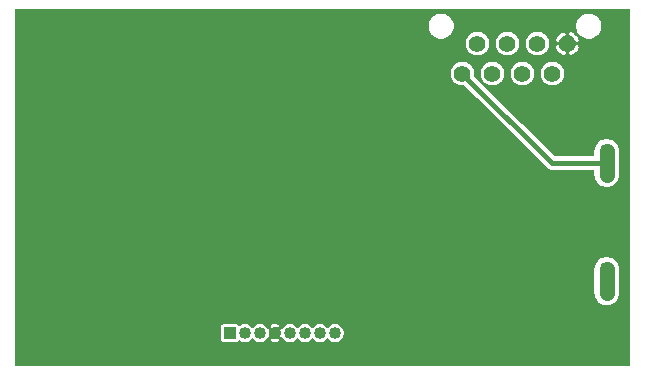
<source format=gbl>
G04 start of page 3 for group 1 idx 3 *
G04 Title: roomunit-display, signal3 *
G04 Creator: pcb 1.99z *
G04 CreationDate: mån  6 apr 2015 08:42:04 UTC *
G04 For: jonatan *
G04 Format: Gerber/RS-274X *
G04 PCB-Dimensions (mm): 60.00 42.00 *
G04 PCB-Coordinate-Origin: lower left *
%MOMM*%
%FSLAX43Y43*%
%LNBOTTOM*%
%ADD27C,1.524*%
%ADD26C,0.508*%
%ADD25C,0.850*%
%ADD24C,1.250*%
%ADD23C,1.400*%
%ADD22C,1.016*%
%ADD21C,0.381*%
%ADD20C,0.002*%
G54D20*G36*
X53109Y40603D02*X55118D01*
Y10377D01*
X53109D01*
Y15536D01*
X53271Y15549D01*
X53429Y15587D01*
X53579Y15649D01*
X53717Y15734D01*
X53841Y15839D01*
X53946Y15963D01*
X54031Y16101D01*
X54093Y16251D01*
X54131Y16409D01*
X54140Y16571D01*
Y18571D01*
X54131Y18733D01*
X54093Y18891D01*
X54031Y19041D01*
X53946Y19179D01*
X53841Y19303D01*
X53717Y19408D01*
X53579Y19493D01*
X53429Y19555D01*
X53271Y19593D01*
X53109Y19606D01*
Y25536D01*
X53271Y25549D01*
X53429Y25587D01*
X53579Y25649D01*
X53717Y25734D01*
X53841Y25839D01*
X53946Y25963D01*
X54031Y26101D01*
X54093Y26251D01*
X54131Y26409D01*
X54140Y26571D01*
Y28571D01*
X54131Y28733D01*
X54093Y28891D01*
X54031Y29041D01*
X53946Y29179D01*
X53841Y29303D01*
X53717Y29408D01*
X53579Y29493D01*
X53429Y29555D01*
X53271Y29593D01*
X53109Y29606D01*
Y40603D01*
G37*
G36*
Y10377D02*X51586D01*
Y27000D01*
X52078D01*
Y26571D01*
X52087Y26409D01*
X52125Y26251D01*
X52187Y26101D01*
X52272Y25963D01*
X52377Y25839D01*
X52501Y25734D01*
X52639Y25649D01*
X52789Y25587D01*
X52947Y25549D01*
X53109Y25536D01*
Y19606D01*
X52947Y19593D01*
X52789Y19555D01*
X52639Y19493D01*
X52501Y19408D01*
X52377Y19303D01*
X52272Y19179D01*
X52187Y19041D01*
X52125Y18891D01*
X52087Y18733D01*
X52078Y18571D01*
Y16571D01*
X52087Y16409D01*
X52125Y16251D01*
X52187Y16101D01*
X52272Y15963D01*
X52377Y15839D01*
X52501Y15734D01*
X52639Y15649D01*
X52789Y15587D01*
X52947Y15549D01*
X53109Y15536D01*
Y10377D01*
G37*
G36*
X51586Y40603D02*X53109D01*
Y29606D01*
X52947Y29593D01*
X52789Y29555D01*
X52639Y29493D01*
X52501Y29408D01*
X52377Y29303D01*
X52272Y29179D01*
X52187Y29041D01*
X52125Y28891D01*
X52087Y28733D01*
X52078Y28571D01*
Y28143D01*
X51586D01*
Y38090D01*
X51587Y38090D01*
X51754Y38103D01*
X51917Y38142D01*
X52071Y38206D01*
X52214Y38293D01*
X52341Y38402D01*
X52449Y38529D01*
X52537Y38672D01*
X52601Y38826D01*
X52640Y38989D01*
X52649Y39155D01*
X52640Y39322D01*
X52601Y39484D01*
X52537Y39639D01*
X52449Y39781D01*
X52341Y39908D01*
X52214Y40017D01*
X52071Y40104D01*
X51917Y40168D01*
X51754Y40207D01*
X51587Y40220D01*
X51586Y40220D01*
Y40603D01*
G37*
G36*
Y10377D02*X50330D01*
Y27000D01*
X51586D01*
Y10377D01*
G37*
G36*
X50330Y40603D02*X51586D01*
Y40220D01*
X51421Y40207D01*
X51258Y40168D01*
X51104Y40104D01*
X50961Y40017D01*
X50834Y39908D01*
X50726Y39781D01*
X50638Y39639D01*
X50574Y39484D01*
X50535Y39322D01*
X50522Y39155D01*
X50535Y38989D01*
X50574Y38826D01*
X50638Y38672D01*
X50726Y38529D01*
X50834Y38402D01*
X50961Y38293D01*
X51104Y38206D01*
X51258Y38142D01*
X51421Y38103D01*
X51586Y38090D01*
Y28143D01*
X50330D01*
Y36844D01*
X50383Y36880D01*
X50457Y36941D01*
X50525Y37009D01*
X50586Y37083D01*
X50640Y37163D01*
X50686Y37247D01*
X50723Y37336D01*
X50730Y37359D01*
X50733Y37382D01*
X50732Y37406D01*
X50727Y37429D01*
X50719Y37452D01*
X50707Y37472D01*
X50693Y37491D01*
X50675Y37507D01*
X50655Y37520D01*
X50634Y37530D01*
X50611Y37537D01*
X50587Y37539D01*
X50564Y37538D01*
X50540Y37534D01*
X50518Y37526D01*
X50498Y37514D01*
X50479Y37499D01*
X50463Y37482D01*
X50450Y37462D01*
X50440Y37440D01*
X50415Y37378D01*
X50383Y37319D01*
X50345Y37263D01*
X50330Y37245D01*
Y38119D01*
X50345Y38101D01*
X50383Y38045D01*
X50415Y37986D01*
X50441Y37924D01*
X50450Y37902D01*
X50463Y37883D01*
X50479Y37865D01*
X50498Y37851D01*
X50519Y37839D01*
X50541Y37831D01*
X50564Y37826D01*
X50587Y37825D01*
X50611Y37828D01*
X50634Y37835D01*
X50655Y37844D01*
X50675Y37858D01*
X50692Y37874D01*
X50707Y37892D01*
X50718Y37913D01*
X50726Y37935D01*
X50731Y37958D01*
X50732Y37982D01*
X50729Y38005D01*
X50722Y38028D01*
X50686Y38117D01*
X50640Y38201D01*
X50586Y38281D01*
X50525Y38355D01*
X50457Y38423D01*
X50383Y38484D01*
X50330Y38520D01*
Y40603D01*
G37*
G36*
Y10377D02*X48512D01*
Y27000D01*
X50330D01*
Y10377D01*
G37*
G36*
X49238Y40603D02*X50330D01*
Y38520D01*
X50303Y38538D01*
X50219Y38584D01*
X50130Y38621D01*
X50107Y38628D01*
X50084Y38631D01*
X50060Y38630D01*
X50037Y38625D01*
X50014Y38617D01*
X49994Y38605D01*
X49975Y38591D01*
X49959Y38573D01*
X49946Y38553D01*
X49936Y38532D01*
X49929Y38509D01*
X49927Y38485D01*
X49928Y38462D01*
X49932Y38438D01*
X49940Y38416D01*
X49952Y38396D01*
X49967Y38377D01*
X49984Y38361D01*
X50004Y38348D01*
X50026Y38338D01*
X50088Y38313D01*
X50147Y38281D01*
X50203Y38243D01*
X50255Y38200D01*
X50302Y38153D01*
X50330Y38119D01*
Y37245D01*
X50302Y37211D01*
X50255Y37164D01*
X50203Y37121D01*
X50147Y37083D01*
X50088Y37051D01*
X50026Y37025D01*
X50004Y37016D01*
X49985Y37003D01*
X49967Y36987D01*
X49953Y36968D01*
X49941Y36947D01*
X49933Y36925D01*
X49928Y36902D01*
X49927Y36879D01*
X49930Y36855D01*
X49937Y36832D01*
X49946Y36811D01*
X49960Y36791D01*
X49976Y36774D01*
X49994Y36759D01*
X50015Y36748D01*
X50037Y36740D01*
X50060Y36735D01*
X50084Y36734D01*
X50107Y36737D01*
X50130Y36744D01*
X50219Y36780D01*
X50303Y36826D01*
X50330Y36844D01*
Y28143D01*
X49238D01*
Y34450D01*
X49326Y34552D01*
X49408Y34687D01*
X49468Y34832D01*
X49505Y34985D01*
X49514Y35142D01*
X49505Y35299D01*
X49468Y35452D01*
X49408Y35597D01*
X49326Y35732D01*
X49238Y35834D01*
Y36844D01*
X49265Y36826D01*
X49349Y36780D01*
X49438Y36743D01*
X49461Y36736D01*
X49484Y36733D01*
X49508Y36734D01*
X49531Y36739D01*
X49554Y36747D01*
X49574Y36759D01*
X49593Y36773D01*
X49609Y36791D01*
X49622Y36811D01*
X49632Y36832D01*
X49639Y36855D01*
X49641Y36879D01*
X49640Y36902D01*
X49636Y36926D01*
X49628Y36948D01*
X49616Y36968D01*
X49601Y36987D01*
X49584Y37003D01*
X49564Y37016D01*
X49542Y37026D01*
X49480Y37051D01*
X49421Y37083D01*
X49365Y37121D01*
X49313Y37164D01*
X49266Y37211D01*
X49238Y37245D01*
Y38119D01*
X49266Y38153D01*
X49313Y38200D01*
X49365Y38243D01*
X49421Y38281D01*
X49480Y38313D01*
X49542Y38339D01*
X49564Y38348D01*
X49583Y38361D01*
X49601Y38377D01*
X49615Y38396D01*
X49627Y38417D01*
X49635Y38439D01*
X49640Y38462D01*
X49641Y38485D01*
X49638Y38509D01*
X49631Y38532D01*
X49622Y38553D01*
X49608Y38573D01*
X49592Y38590D01*
X49574Y38605D01*
X49553Y38616D01*
X49531Y38624D01*
X49508Y38629D01*
X49484Y38630D01*
X49461Y38627D01*
X49438Y38620D01*
X49349Y38584D01*
X49265Y38538D01*
X49238Y38520D01*
Y40603D01*
G37*
G36*
Y28143D02*X48702D01*
X48512Y28332D01*
Y34139D01*
X48514Y34139D01*
X48671Y34151D01*
X48824Y34188D01*
X48969Y34248D01*
X49104Y34330D01*
X49223Y34433D01*
X49238Y34450D01*
Y28143D01*
G37*
G36*
X48512Y40603D02*X49238D01*
Y38520D01*
X49185Y38484D01*
X49111Y38423D01*
X49043Y38355D01*
X48982Y38281D01*
X48928Y38201D01*
X48882Y38117D01*
X48845Y38028D01*
X48838Y38005D01*
X48835Y37982D01*
X48836Y37958D01*
X48841Y37935D01*
X48849Y37912D01*
X48861Y37892D01*
X48875Y37873D01*
X48893Y37857D01*
X48913Y37844D01*
X48934Y37834D01*
X48957Y37827D01*
X48981Y37825D01*
X49004Y37826D01*
X49028Y37830D01*
X49050Y37838D01*
X49070Y37850D01*
X49089Y37865D01*
X49105Y37882D01*
X49118Y37902D01*
X49128Y37924D01*
X49153Y37986D01*
X49185Y38045D01*
X49223Y38101D01*
X49238Y38119D01*
Y37245D01*
X49223Y37263D01*
X49185Y37319D01*
X49153Y37378D01*
X49127Y37440D01*
X49118Y37462D01*
X49105Y37481D01*
X49089Y37499D01*
X49070Y37513D01*
X49049Y37525D01*
X49027Y37533D01*
X49004Y37538D01*
X48981Y37539D01*
X48957Y37536D01*
X48934Y37529D01*
X48913Y37520D01*
X48893Y37506D01*
X48876Y37490D01*
X48861Y37472D01*
X48850Y37451D01*
X48842Y37429D01*
X48837Y37406D01*
X48836Y37382D01*
X48839Y37359D01*
X48846Y37336D01*
X48882Y37247D01*
X48928Y37163D01*
X48982Y37083D01*
X49043Y37009D01*
X49111Y36941D01*
X49185Y36880D01*
X49238Y36844D01*
Y35834D01*
X49223Y35851D01*
X49104Y35954D01*
X48969Y36036D01*
X48824Y36096D01*
X48671Y36133D01*
X48514Y36145D01*
X48512Y36145D01*
Y40603D01*
G37*
G36*
Y10377D02*X47016D01*
Y28212D01*
X48045Y27183D01*
X48060Y27166D01*
X48128Y27107D01*
X48128Y27107D01*
X48176Y27078D01*
X48205Y27060D01*
X48288Y27026D01*
X48375Y27005D01*
X48375D01*
X48465Y26998D01*
X48487Y27000D01*
X48512D01*
Y10377D01*
G37*
G36*
X47016Y40603D02*X48512D01*
Y36145D01*
X48357Y36133D01*
X48204Y36096D01*
X48059Y36036D01*
X47924Y35954D01*
X47805Y35851D01*
X47702Y35732D01*
X47620Y35597D01*
X47560Y35452D01*
X47523Y35299D01*
X47511Y35142D01*
X47523Y34985D01*
X47560Y34832D01*
X47620Y34687D01*
X47702Y34552D01*
X47805Y34433D01*
X47924Y34330D01*
X48059Y34248D01*
X48204Y34188D01*
X48357Y34151D01*
X48512Y34139D01*
Y28332D01*
X47016Y29829D01*
Y36708D01*
X47087Y36691D01*
X47244Y36679D01*
X47401Y36691D01*
X47554Y36728D01*
X47699Y36788D01*
X47834Y36870D01*
X47953Y36973D01*
X48056Y37092D01*
X48138Y37227D01*
X48198Y37372D01*
X48235Y37525D01*
X48244Y37682D01*
X48235Y37839D01*
X48198Y37992D01*
X48138Y38137D01*
X48056Y38272D01*
X47953Y38391D01*
X47834Y38494D01*
X47699Y38576D01*
X47554Y38636D01*
X47401Y38673D01*
X47244Y38685D01*
X47087Y38673D01*
X47016Y38656D01*
Y40603D01*
G37*
G36*
X42162Y33065D02*X47016Y28212D01*
Y10377D01*
X42162D01*
Y33065D01*
G37*
G36*
X45972Y40603D02*X47016D01*
Y38656D01*
X46934Y38636D01*
X46789Y38576D01*
X46654Y38494D01*
X46535Y38391D01*
X46432Y38272D01*
X46350Y38137D01*
X46290Y37992D01*
X46253Y37839D01*
X46241Y37682D01*
X46253Y37525D01*
X46290Y37372D01*
X46350Y37227D01*
X46432Y37092D01*
X46535Y36973D01*
X46654Y36870D01*
X46789Y36788D01*
X46934Y36728D01*
X47016Y36708D01*
Y29829D01*
X45972Y30872D01*
Y34139D01*
X45974Y34139D01*
X46131Y34151D01*
X46284Y34188D01*
X46429Y34248D01*
X46564Y34330D01*
X46683Y34433D01*
X46786Y34552D01*
X46868Y34687D01*
X46928Y34832D01*
X46965Y34985D01*
X46974Y35142D01*
X46965Y35299D01*
X46928Y35452D01*
X46868Y35597D01*
X46786Y35732D01*
X46683Y35851D01*
X46564Y35954D01*
X46429Y36036D01*
X46284Y36096D01*
X46131Y36133D01*
X45974Y36145D01*
X45972Y36145D01*
Y40603D01*
G37*
G36*
X44702D02*X45972D01*
Y36145D01*
X45817Y36133D01*
X45664Y36096D01*
X45519Y36036D01*
X45384Y35954D01*
X45265Y35851D01*
X45162Y35732D01*
X45080Y35597D01*
X45020Y35452D01*
X44983Y35299D01*
X44971Y35142D01*
X44983Y34985D01*
X45020Y34832D01*
X45080Y34687D01*
X45162Y34552D01*
X45265Y34433D01*
X45384Y34330D01*
X45519Y34248D01*
X45664Y34188D01*
X45817Y34151D01*
X45972Y34139D01*
Y30872D01*
X44702Y32142D01*
Y36679D01*
X44704Y36679D01*
X44861Y36691D01*
X45014Y36728D01*
X45159Y36788D01*
X45294Y36870D01*
X45413Y36973D01*
X45516Y37092D01*
X45598Y37227D01*
X45658Y37372D01*
X45695Y37525D01*
X45704Y37682D01*
X45695Y37839D01*
X45658Y37992D01*
X45598Y38137D01*
X45516Y38272D01*
X45413Y38391D01*
X45294Y38494D01*
X45159Y38576D01*
X45014Y38636D01*
X44861Y38673D01*
X44704Y38685D01*
X44702Y38685D01*
Y40603D01*
G37*
G36*
X43432D02*X44702D01*
Y38685D01*
X44547Y38673D01*
X44394Y38636D01*
X44249Y38576D01*
X44114Y38494D01*
X43995Y38391D01*
X43892Y38272D01*
X43810Y38137D01*
X43750Y37992D01*
X43713Y37839D01*
X43701Y37682D01*
X43713Y37525D01*
X43750Y37372D01*
X43810Y37227D01*
X43892Y37092D01*
X43995Y36973D01*
X44114Y36870D01*
X44249Y36788D01*
X44394Y36728D01*
X44547Y36691D01*
X44702Y36679D01*
Y32142D01*
X43432Y33412D01*
Y34139D01*
X43434Y34139D01*
X43591Y34151D01*
X43744Y34188D01*
X43889Y34248D01*
X44024Y34330D01*
X44143Y34433D01*
X44246Y34552D01*
X44328Y34687D01*
X44388Y34832D01*
X44425Y34985D01*
X44434Y35142D01*
X44425Y35299D01*
X44388Y35452D01*
X44328Y35597D01*
X44246Y35732D01*
X44143Y35851D01*
X44024Y35954D01*
X43889Y36036D01*
X43744Y36096D01*
X43591Y36133D01*
X43434Y36145D01*
X43432Y36145D01*
Y40603D01*
G37*
G36*
X42162D02*X43432D01*
Y36145D01*
X43277Y36133D01*
X43124Y36096D01*
X42979Y36036D01*
X42844Y35954D01*
X42725Y35851D01*
X42622Y35732D01*
X42540Y35597D01*
X42480Y35452D01*
X42443Y35299D01*
X42431Y35142D01*
X42443Y34985D01*
X42480Y34832D01*
X42540Y34687D01*
X42622Y34552D01*
X42725Y34433D01*
X42844Y34330D01*
X42979Y34248D01*
X43124Y34188D01*
X43277Y34151D01*
X43432Y34139D01*
Y33412D01*
X42162Y34682D01*
Y36679D01*
X42164Y36679D01*
X42321Y36691D01*
X42474Y36728D01*
X42619Y36788D01*
X42754Y36870D01*
X42873Y36973D01*
X42976Y37092D01*
X43058Y37227D01*
X43118Y37372D01*
X43155Y37525D01*
X43164Y37682D01*
X43155Y37839D01*
X43118Y37992D01*
X43058Y38137D01*
X42976Y38272D01*
X42873Y38391D01*
X42754Y38494D01*
X42619Y38576D01*
X42474Y38636D01*
X42321Y38673D01*
X42164Y38685D01*
X42162Y38685D01*
Y40603D01*
G37*
G36*
X39089D02*X42162D01*
Y38685D01*
X42007Y38673D01*
X41854Y38636D01*
X41709Y38576D01*
X41574Y38494D01*
X41455Y38391D01*
X41352Y38272D01*
X41270Y38137D01*
X41210Y37992D01*
X41173Y37839D01*
X41161Y37682D01*
X41173Y37525D01*
X41210Y37372D01*
X41270Y37227D01*
X41352Y37092D01*
X41455Y36973D01*
X41574Y36870D01*
X41709Y36788D01*
X41854Y36728D01*
X42007Y36691D01*
X42162Y36679D01*
Y34682D01*
X41880Y34964D01*
X41885Y34985D01*
X41894Y35142D01*
X41885Y35299D01*
X41848Y35452D01*
X41788Y35597D01*
X41706Y35732D01*
X41603Y35851D01*
X41484Y35954D01*
X41349Y36036D01*
X41204Y36096D01*
X41051Y36133D01*
X40894Y36145D01*
X40737Y36133D01*
X40584Y36096D01*
X40439Y36036D01*
X40304Y35954D01*
X40185Y35851D01*
X40082Y35732D01*
X40000Y35597D01*
X39940Y35452D01*
X39903Y35299D01*
X39891Y35142D01*
X39903Y34985D01*
X39940Y34832D01*
X40000Y34687D01*
X40082Y34552D01*
X40185Y34433D01*
X40304Y34330D01*
X40439Y34248D01*
X40584Y34188D01*
X40737Y34151D01*
X40894Y34139D01*
X41051Y34151D01*
X41072Y34156D01*
X42162Y33065D01*
Y10377D01*
X39089D01*
Y38090D01*
X39091Y38090D01*
X39257Y38103D01*
X39420Y38142D01*
X39574Y38206D01*
X39717Y38293D01*
X39844Y38402D01*
X39952Y38529D01*
X40040Y38672D01*
X40104Y38826D01*
X40143Y38989D01*
X40153Y39155D01*
X40143Y39322D01*
X40104Y39484D01*
X40040Y39639D01*
X39952Y39781D01*
X39844Y39908D01*
X39717Y40017D01*
X39574Y40104D01*
X39420Y40168D01*
X39257Y40207D01*
X39091Y40220D01*
X39089Y40220D01*
Y40603D01*
G37*
G36*
X28170D02*X39089D01*
Y40220D01*
X38924Y40207D01*
X38761Y40168D01*
X38607Y40104D01*
X38464Y40017D01*
X38337Y39908D01*
X38229Y39781D01*
X38141Y39639D01*
X38077Y39484D01*
X38038Y39322D01*
X38025Y39155D01*
X38038Y38989D01*
X38077Y38826D01*
X38141Y38672D01*
X38229Y38529D01*
X38337Y38402D01*
X38464Y38293D01*
X38607Y38206D01*
X38761Y38142D01*
X38924Y38103D01*
X39089Y38090D01*
Y10377D01*
X28170D01*
Y12714D01*
X28177Y12722D01*
X28194Y12749D01*
X28211Y12722D01*
X28289Y12631D01*
X28380Y12553D01*
X28482Y12490D01*
X28593Y12444D01*
X28709Y12416D01*
X28829Y12407D01*
X28949Y12416D01*
X29065Y12444D01*
X29176Y12490D01*
X29278Y12553D01*
X29369Y12631D01*
X29447Y12722D01*
X29464Y12749D01*
X29481Y12722D01*
X29559Y12631D01*
X29650Y12553D01*
X29752Y12490D01*
X29863Y12444D01*
X29979Y12416D01*
X30099Y12407D01*
X30219Y12416D01*
X30335Y12444D01*
X30446Y12490D01*
X30548Y12553D01*
X30639Y12631D01*
X30717Y12722D01*
X30780Y12824D01*
X30826Y12935D01*
X30854Y13051D01*
X30861Y13171D01*
X30854Y13291D01*
X30826Y13407D01*
X30780Y13518D01*
X30717Y13620D01*
X30639Y13711D01*
X30548Y13789D01*
X30446Y13852D01*
X30335Y13898D01*
X30219Y13926D01*
X30099Y13935D01*
X29979Y13926D01*
X29863Y13898D01*
X29752Y13852D01*
X29650Y13789D01*
X29559Y13711D01*
X29481Y13620D01*
X29464Y13593D01*
X29447Y13620D01*
X29369Y13711D01*
X29278Y13789D01*
X29176Y13852D01*
X29065Y13898D01*
X28949Y13926D01*
X28829Y13935D01*
X28709Y13926D01*
X28593Y13898D01*
X28482Y13852D01*
X28380Y13789D01*
X28289Y13711D01*
X28211Y13620D01*
X28194Y13593D01*
X28177Y13620D01*
X28170Y13628D01*
Y40603D01*
G37*
G36*
X25019D02*X28170D01*
Y13628D01*
X28099Y13711D01*
X28008Y13789D01*
X27906Y13852D01*
X27795Y13898D01*
X27679Y13926D01*
X27559Y13935D01*
X27439Y13926D01*
X27323Y13898D01*
X27212Y13852D01*
X27110Y13789D01*
X27019Y13711D01*
X26941Y13620D01*
X26924Y13593D01*
X26907Y13620D01*
X26829Y13711D01*
X26738Y13789D01*
X26636Y13852D01*
X26525Y13898D01*
X26409Y13926D01*
X26289Y13935D01*
X26169Y13926D01*
X26053Y13898D01*
X25942Y13852D01*
X25840Y13789D01*
X25749Y13711D01*
X25671Y13620D01*
X25620Y13537D01*
X25618Y13537D01*
X25598Y13537D01*
X25578Y13534D01*
X25559Y13528D01*
X25541Y13519D01*
X25525Y13508D01*
X25511Y13494D01*
X25499Y13477D01*
X25490Y13460D01*
X25483Y13440D01*
X25480Y13421D01*
X25480Y13401D01*
X25483Y13381D01*
X25489Y13362D01*
X25506Y13316D01*
X25518Y13268D01*
X25525Y13220D01*
X25526Y13190D01*
X25525Y13171D01*
X25526Y13152D01*
X25525Y13122D01*
X25518Y13074D01*
X25506Y13026D01*
X25490Y12980D01*
X25483Y12961D01*
X25480Y12941D01*
X25481Y12921D01*
X25484Y12902D01*
X25490Y12883D01*
X25499Y12865D01*
X25511Y12849D01*
X25525Y12835D01*
X25542Y12823D01*
X25560Y12814D01*
X25579Y12808D01*
X25598Y12805D01*
X25618Y12805D01*
X25619Y12806D01*
X25671Y12722D01*
X25749Y12631D01*
X25840Y12553D01*
X25942Y12490D01*
X26053Y12444D01*
X26169Y12416D01*
X26289Y12407D01*
X26409Y12416D01*
X26525Y12444D01*
X26636Y12490D01*
X26738Y12553D01*
X26829Y12631D01*
X26907Y12722D01*
X26924Y12749D01*
X26941Y12722D01*
X27019Y12631D01*
X27110Y12553D01*
X27212Y12490D01*
X27323Y12444D01*
X27439Y12416D01*
X27559Y12407D01*
X27679Y12416D01*
X27795Y12444D01*
X27906Y12490D01*
X28008Y12553D01*
X28099Y12631D01*
X28170Y12714D01*
Y10377D01*
X25019D01*
Y12408D01*
X25092Y12412D01*
X25165Y12422D01*
X25236Y12440D01*
X25306Y12464D01*
X25324Y12473D01*
X25340Y12485D01*
X25354Y12499D01*
X25366Y12515D01*
X25376Y12533D01*
X25382Y12552D01*
X25385Y12572D01*
X25385Y12592D01*
X25382Y12612D01*
X25376Y12631D01*
X25367Y12649D01*
X25356Y12665D01*
X25342Y12679D01*
X25325Y12691D01*
X25308Y12700D01*
X25288Y12707D01*
X25269Y12710D01*
X25249Y12710D01*
X25229Y12707D01*
X25210Y12701D01*
X25164Y12684D01*
X25116Y12672D01*
X25068Y12665D01*
X25019Y12663D01*
Y13679D01*
X25068Y13677D01*
X25116Y13670D01*
X25164Y13658D01*
X25210Y13642D01*
X25229Y13635D01*
X25249Y13632D01*
X25269Y13633D01*
X25288Y13636D01*
X25307Y13642D01*
X25325Y13651D01*
X25341Y13663D01*
X25355Y13677D01*
X25367Y13694D01*
X25376Y13712D01*
X25382Y13731D01*
X25385Y13750D01*
X25385Y13770D01*
X25381Y13790D01*
X25375Y13809D01*
X25366Y13827D01*
X25354Y13843D01*
X25340Y13857D01*
X25323Y13869D01*
X25305Y13877D01*
X25236Y13902D01*
X25165Y13920D01*
X25092Y13930D01*
X25019Y13934D01*
Y40603D01*
G37*
G36*
X22503D02*X25019D01*
Y13934D01*
X25019Y13934D01*
X24946Y13930D01*
X24873Y13920D01*
X24802Y13902D01*
X24732Y13878D01*
X24714Y13869D01*
X24698Y13857D01*
X24684Y13843D01*
X24672Y13827D01*
X24662Y13809D01*
X24656Y13790D01*
X24653Y13770D01*
X24653Y13750D01*
X24656Y13730D01*
X24662Y13711D01*
X24671Y13693D01*
X24682Y13677D01*
X24696Y13663D01*
X24713Y13651D01*
X24730Y13642D01*
X24750Y13635D01*
X24769Y13632D01*
X24789Y13632D01*
X24809Y13635D01*
X24828Y13641D01*
X24874Y13658D01*
X24922Y13670D01*
X24970Y13677D01*
X25019Y13679D01*
X25019Y13679D01*
Y12663D01*
X25019Y12663D01*
X24970Y12665D01*
X24922Y12672D01*
X24874Y12684D01*
X24828Y12700D01*
X24809Y12707D01*
X24789Y12710D01*
X24769Y12709D01*
X24750Y12706D01*
X24731Y12700D01*
X24713Y12691D01*
X24697Y12679D01*
X24683Y12665D01*
X24671Y12648D01*
X24662Y12630D01*
X24656Y12611D01*
X24653Y12592D01*
X24653Y12572D01*
X24657Y12552D01*
X24663Y12533D01*
X24672Y12515D01*
X24684Y12499D01*
X24698Y12485D01*
X24715Y12473D01*
X24733Y12465D01*
X24802Y12440D01*
X24873Y12422D01*
X24946Y12412D01*
X25019Y12408D01*
X25019Y12408D01*
Y10377D01*
X22503D01*
Y12409D01*
X22599Y12416D01*
X22715Y12444D01*
X22826Y12490D01*
X22928Y12553D01*
X23019Y12631D01*
X23097Y12722D01*
X23114Y12749D01*
X23131Y12722D01*
X23209Y12631D01*
X23300Y12553D01*
X23402Y12490D01*
X23513Y12444D01*
X23629Y12416D01*
X23749Y12407D01*
X23869Y12416D01*
X23985Y12444D01*
X24096Y12490D01*
X24198Y12553D01*
X24289Y12631D01*
X24367Y12722D01*
X24418Y12805D01*
X24420Y12805D01*
X24440Y12805D01*
X24460Y12808D01*
X24479Y12814D01*
X24497Y12823D01*
X24513Y12834D01*
X24527Y12848D01*
X24539Y12865D01*
X24548Y12882D01*
X24555Y12902D01*
X24558Y12921D01*
X24558Y12941D01*
X24555Y12961D01*
X24549Y12980D01*
X24532Y13026D01*
X24520Y13074D01*
X24513Y13122D01*
X24511Y13171D01*
X24513Y13220D01*
X24520Y13268D01*
X24532Y13316D01*
X24548Y13362D01*
X24555Y13381D01*
X24558Y13401D01*
X24557Y13421D01*
X24554Y13440D01*
X24548Y13459D01*
X24539Y13477D01*
X24527Y13493D01*
X24513Y13507D01*
X24496Y13519D01*
X24478Y13528D01*
X24459Y13534D01*
X24440Y13537D01*
X24420Y13537D01*
X24419Y13536D01*
X24367Y13620D01*
X24289Y13711D01*
X24198Y13789D01*
X24096Y13852D01*
X23985Y13898D01*
X23869Y13926D01*
X23749Y13935D01*
X23629Y13926D01*
X23513Y13898D01*
X23402Y13852D01*
X23300Y13789D01*
X23209Y13711D01*
X23131Y13620D01*
X23114Y13593D01*
X23097Y13620D01*
X23019Y13711D01*
X22928Y13789D01*
X22826Y13852D01*
X22715Y13898D01*
X22599Y13926D01*
X22503Y13933D01*
Y40603D01*
G37*
G36*
X3048Y10377D02*Y40603D01*
X22503D01*
Y13933D01*
X22479Y13935D01*
X22359Y13926D01*
X22243Y13898D01*
X22132Y13852D01*
X22030Y13789D01*
X21965Y13734D01*
X21959Y13758D01*
X21944Y13795D01*
X21923Y13829D01*
X21897Y13859D01*
X21867Y13885D01*
X21833Y13906D01*
X21796Y13921D01*
X21757Y13931D01*
X21717Y13933D01*
X20661Y13931D01*
X20622Y13921D01*
X20585Y13906D01*
X20551Y13885D01*
X20521Y13859D01*
X20495Y13829D01*
X20474Y13795D01*
X20459Y13758D01*
X20449Y13719D01*
X20447Y13679D01*
X20449Y12623D01*
X20459Y12584D01*
X20474Y12547D01*
X20495Y12513D01*
X20521Y12483D01*
X20551Y12457D01*
X20585Y12436D01*
X20622Y12421D01*
X20661Y12411D01*
X20701Y12409D01*
X21757Y12411D01*
X21796Y12421D01*
X21833Y12436D01*
X21867Y12457D01*
X21897Y12483D01*
X21923Y12513D01*
X21944Y12547D01*
X21959Y12584D01*
X21965Y12608D01*
X22030Y12553D01*
X22132Y12490D01*
X22243Y12444D01*
X22359Y12416D01*
X22479Y12407D01*
X22503Y12409D01*
Y10377D01*
X3048D01*
G37*
G54D21*X53109Y27571D02*X48465D01*
X40894Y35142D01*
G54D22*X26289Y13171D03*
X25019D03*
X23749D03*
X22479D03*
X30099D03*
X28829D03*
X27559D03*
G54D20*G36*
X20701Y13679D02*Y12663D01*
X21717D01*
Y13679D01*
X20701D01*
G37*
G54D23*X42164Y37682D03*
X43434Y35142D03*
X40894D03*
X44704Y37682D03*
X45974Y35142D03*
X48514D03*
X47244Y37682D03*
X49784D03*
G54D24*X53109Y18571D02*Y16571D01*
Y28571D02*Y26571D01*
Y28571D03*
Y26571D03*
Y18571D03*
Y16571D03*
G54D25*G54D26*G54D25*G54D27*G54D25*G54D27*M02*

</source>
